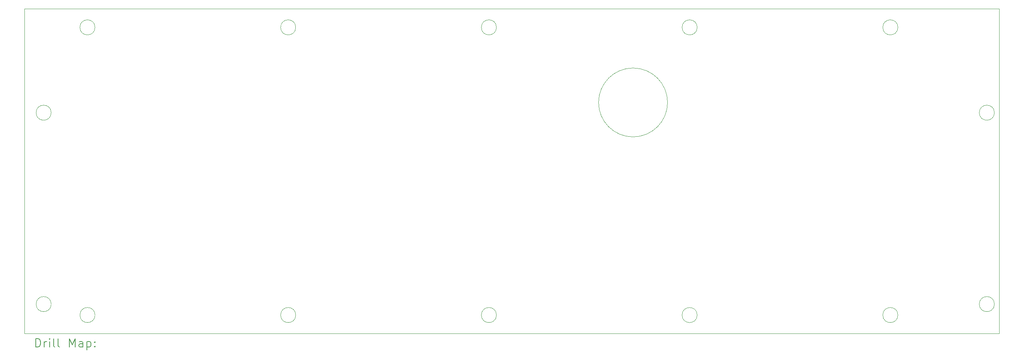
<source format=gbr>
%TF.GenerationSoftware,KiCad,Pcbnew,7.0.9*%
%TF.CreationDate,2023-12-04T13:57:27+10:00*%
%TF.ProjectId,UFC,5546432e-6b69-4636-9164-5f7063625858,rev?*%
%TF.SameCoordinates,Original*%
%TF.FileFunction,Drillmap*%
%TF.FilePolarity,Positive*%
%FSLAX45Y45*%
G04 Gerber Fmt 4.5, Leading zero omitted, Abs format (unit mm)*
G04 Created by KiCad (PCBNEW 7.0.9) date 2023-12-04 13:57:27*
%MOMM*%
%LPD*%
G01*
G04 APERTURE LIST*
%ADD10C,0.100000*%
%ADD11C,0.200000*%
G04 APERTURE END LIST*
D10*
X25774750Y-9821600D02*
G75*
G03*
X25424750Y-9821600I-175000J0D01*
G01*
X3549750Y-5374600D02*
G75*
G03*
X3899750Y-5374600I175000J0D01*
G01*
X3899750Y-9821600D02*
G75*
G03*
X3549750Y-9821600I-175000J0D01*
G01*
X23186750Y-10075600D02*
G75*
G03*
X23536750Y-10075600I175000J0D01*
G01*
X23536750Y-10075600D02*
G75*
G03*
X23186750Y-10075600I-175000J0D01*
G01*
X9571000Y-3392600D02*
G75*
G03*
X9221000Y-3392600I-175000J0D01*
G01*
X25774750Y-5374600D02*
G75*
G03*
X25424750Y-5374600I-175000J0D01*
G01*
X25424750Y-9821600D02*
G75*
G03*
X25774750Y-9821600I175000J0D01*
G01*
X13876250Y-10075600D02*
G75*
G03*
X14226250Y-10075600I175000J0D01*
G01*
X9221000Y-3392600D02*
G75*
G03*
X9571000Y-3392600I175000J0D01*
G01*
X3283050Y-10504600D02*
X25889050Y-10504600D01*
X18881500Y-10075600D02*
G75*
G03*
X18531500Y-10075600I-175000J0D01*
G01*
X14226250Y-10075600D02*
G75*
G03*
X13876250Y-10075600I-175000J0D01*
G01*
X23536750Y-3392600D02*
G75*
G03*
X23186750Y-3392600I-175000J0D01*
G01*
X18531500Y-10075600D02*
G75*
G03*
X18881500Y-10075600I175000J0D01*
G01*
X14226250Y-3392600D02*
G75*
G03*
X13876250Y-3392600I-175000J0D01*
G01*
X25889050Y-10504600D02*
X25889050Y-2956600D01*
X4565750Y-3392600D02*
G75*
G03*
X4915750Y-3392600I175000J0D01*
G01*
X13876250Y-3392600D02*
G75*
G03*
X14226250Y-3392600I175000J0D01*
G01*
X4915750Y-3392600D02*
G75*
G03*
X4565750Y-3392600I-175000J0D01*
G01*
X18194750Y-5136600D02*
G75*
G03*
X18194750Y-5136600I-800000J0D01*
G01*
X3283050Y-2956600D02*
X3283050Y-10504600D01*
X18881500Y-3392600D02*
G75*
G03*
X18531500Y-3392600I-175000J0D01*
G01*
X23186750Y-3392600D02*
G75*
G03*
X23536750Y-3392600I175000J0D01*
G01*
X3549750Y-9821600D02*
G75*
G03*
X3899750Y-9821600I175000J0D01*
G01*
X4915750Y-10075600D02*
G75*
G03*
X4565750Y-10075600I-175000J0D01*
G01*
X4565750Y-10075600D02*
G75*
G03*
X4915750Y-10075600I175000J0D01*
G01*
X3899750Y-5374600D02*
G75*
G03*
X3549750Y-5374600I-175000J0D01*
G01*
X9221000Y-10075600D02*
G75*
G03*
X9571000Y-10075600I175000J0D01*
G01*
X25889050Y-2956600D02*
X3283050Y-2956600D01*
X9571000Y-10075600D02*
G75*
G03*
X9221000Y-10075600I-175000J0D01*
G01*
X25424750Y-5374600D02*
G75*
G03*
X25774750Y-5374600I175000J0D01*
G01*
X18531500Y-3392600D02*
G75*
G03*
X18881500Y-3392600I175000J0D01*
G01*
D11*
X3538827Y-10821084D02*
X3538827Y-10621084D01*
X3538827Y-10621084D02*
X3586446Y-10621084D01*
X3586446Y-10621084D02*
X3615017Y-10630608D01*
X3615017Y-10630608D02*
X3634065Y-10649655D01*
X3634065Y-10649655D02*
X3643589Y-10668703D01*
X3643589Y-10668703D02*
X3653112Y-10706798D01*
X3653112Y-10706798D02*
X3653112Y-10735370D01*
X3653112Y-10735370D02*
X3643589Y-10773465D01*
X3643589Y-10773465D02*
X3634065Y-10792512D01*
X3634065Y-10792512D02*
X3615017Y-10811560D01*
X3615017Y-10811560D02*
X3586446Y-10821084D01*
X3586446Y-10821084D02*
X3538827Y-10821084D01*
X3738827Y-10821084D02*
X3738827Y-10687750D01*
X3738827Y-10725846D02*
X3748351Y-10706798D01*
X3748351Y-10706798D02*
X3757874Y-10697274D01*
X3757874Y-10697274D02*
X3776922Y-10687750D01*
X3776922Y-10687750D02*
X3795970Y-10687750D01*
X3862636Y-10821084D02*
X3862636Y-10687750D01*
X3862636Y-10621084D02*
X3853112Y-10630608D01*
X3853112Y-10630608D02*
X3862636Y-10640131D01*
X3862636Y-10640131D02*
X3872160Y-10630608D01*
X3872160Y-10630608D02*
X3862636Y-10621084D01*
X3862636Y-10621084D02*
X3862636Y-10640131D01*
X3986446Y-10821084D02*
X3967398Y-10811560D01*
X3967398Y-10811560D02*
X3957874Y-10792512D01*
X3957874Y-10792512D02*
X3957874Y-10621084D01*
X4091208Y-10821084D02*
X4072160Y-10811560D01*
X4072160Y-10811560D02*
X4062636Y-10792512D01*
X4062636Y-10792512D02*
X4062636Y-10621084D01*
X4319779Y-10821084D02*
X4319779Y-10621084D01*
X4319779Y-10621084D02*
X4386446Y-10763941D01*
X4386446Y-10763941D02*
X4453113Y-10621084D01*
X4453113Y-10621084D02*
X4453113Y-10821084D01*
X4634065Y-10821084D02*
X4634065Y-10716322D01*
X4634065Y-10716322D02*
X4624541Y-10697274D01*
X4624541Y-10697274D02*
X4605494Y-10687750D01*
X4605494Y-10687750D02*
X4567398Y-10687750D01*
X4567398Y-10687750D02*
X4548351Y-10697274D01*
X4634065Y-10811560D02*
X4615017Y-10821084D01*
X4615017Y-10821084D02*
X4567398Y-10821084D01*
X4567398Y-10821084D02*
X4548351Y-10811560D01*
X4548351Y-10811560D02*
X4538827Y-10792512D01*
X4538827Y-10792512D02*
X4538827Y-10773465D01*
X4538827Y-10773465D02*
X4548351Y-10754417D01*
X4548351Y-10754417D02*
X4567398Y-10744893D01*
X4567398Y-10744893D02*
X4615017Y-10744893D01*
X4615017Y-10744893D02*
X4634065Y-10735370D01*
X4729303Y-10687750D02*
X4729303Y-10887750D01*
X4729303Y-10697274D02*
X4748351Y-10687750D01*
X4748351Y-10687750D02*
X4786446Y-10687750D01*
X4786446Y-10687750D02*
X4805494Y-10697274D01*
X4805494Y-10697274D02*
X4815017Y-10706798D01*
X4815017Y-10706798D02*
X4824541Y-10725846D01*
X4824541Y-10725846D02*
X4824541Y-10782989D01*
X4824541Y-10782989D02*
X4815017Y-10802036D01*
X4815017Y-10802036D02*
X4805494Y-10811560D01*
X4805494Y-10811560D02*
X4786446Y-10821084D01*
X4786446Y-10821084D02*
X4748351Y-10821084D01*
X4748351Y-10821084D02*
X4729303Y-10811560D01*
X4910255Y-10802036D02*
X4919779Y-10811560D01*
X4919779Y-10811560D02*
X4910255Y-10821084D01*
X4910255Y-10821084D02*
X4900732Y-10811560D01*
X4900732Y-10811560D02*
X4910255Y-10802036D01*
X4910255Y-10802036D02*
X4910255Y-10821084D01*
X4910255Y-10697274D02*
X4919779Y-10706798D01*
X4919779Y-10706798D02*
X4910255Y-10716322D01*
X4910255Y-10716322D02*
X4900732Y-10706798D01*
X4900732Y-10706798D02*
X4910255Y-10697274D01*
X4910255Y-10697274D02*
X4910255Y-10716322D01*
M02*

</source>
